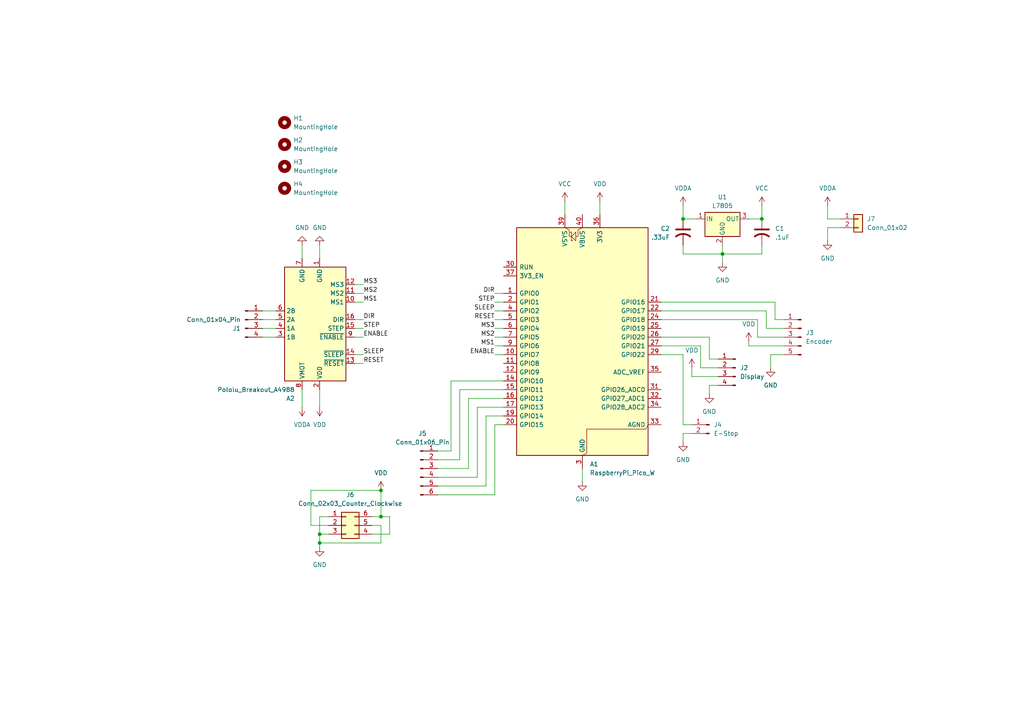
<source format=kicad_sch>
(kicad_sch (version 20250114) (generator "eeschema") (generator_version "9.0")
  (paper "A4")
  (lib_symbols
    (symbol "Connector:Conn_01x02_Pin" (pin_names (offset 1.016) (hide yes))
      (property "Reference" "J" (at 0 2.54 0))
      (property "Value" "Conn_01x02_Pin" (at 0 -5.08 0))
      (symbol "Conn_01x02_Pin_1_1"
        (rectangle (start 0.8636 0.127) (end 0 -0.127) (stroke (width 0.1524)) (fill (type outline)))
        (rectangle (start 0.8636 -2.413) (end 0 -2.667) (stroke (width 0.1524)) (fill (type outline)))
        (polyline (pts (xy 1.27 0) (xy 0.8636 0)) (stroke (width 0.1524)))
        (polyline (pts (xy 1.27 -2.54) (xy 0.8636 -2.54)) (stroke (width 0.1524)))
        (pin passive line (at 5.08 0 180) (length 3.81) (name "Pin_1") (number "1"))
        (pin passive line (at 5.08 -2.54 180) (length 3.81) (name "Pin_2") (number "2"))
      )
    )
    (symbol "Connector:Conn_01x04_Pin" (pin_names (offset 1.016) (hide yes))
      (property "Reference" "J" (at 0 5.08 0))
      (property "Value" "Conn_01x04_Pin" (at 0 -7.62 0))
      (symbol "Conn_01x04_Pin_1_1"
        (rectangle (start 0.8636 2.667) (end 0 2.413) (stroke (width 0.1524)) (fill (type outline)))
        (rectangle (start 0.8636 0.127) (end 0 -0.127) (stroke (width 0.1524)) (fill (type outline)))
        (rectangle (start 0.8636 -2.413) (end 0 -2.667) (stroke (width 0.1524)) (fill (type outline)))
        (rectangle (start 0.8636 -4.953) (end 0 -5.207) (stroke (width 0.1524)) (fill (type outline)))
        (polyline (pts (xy 1.27 2.54) (xy 0.8636 2.54)) (stroke (width 0.1524)))
        (polyline (pts (xy 1.27 0) (xy 0.8636 0)) (stroke (width 0.1524)))
        (polyline (pts (xy 1.27 -2.54) (xy 0.8636 -2.54)) (stroke (width 0.1524)))
        (polyline (pts (xy 1.27 -5.08) (xy 0.8636 -5.08)) (stroke (width 0.1524)))
        (pin passive line (at 5.08 2.54 180) (length 3.81) (name "Pin_1") (number "1"))
        (pin passive line (at 5.08 0 180) (length 3.81) (name "Pin_2") (number "2"))
        (pin passive line (at 5.08 -2.54 180) (length 3.81) (name "Pin_3") (number "3"))
        (pin passive line (at 5.08 -5.08 180) (length 3.81) (name "Pin_4") (number "4"))
      )
    )
    (symbol "Connector:Conn_01x05_Pin" (pin_names (offset 1.016) (hide yes))
      (property "Reference" "J" (at 0 7.62 0))
      (property "Value" "Conn_01x05_Pin" (at 0 -7.62 0))
      (symbol "Conn_01x05_Pin_1_1"
        (rectangle (start 0.8636 5.207) (end 0 4.953) (stroke (width 0.1524)) (fill (type outline)))
        (rectangle (start 0.8636 2.667) (end 0 2.413) (stroke (width 0.1524)) (fill (type outline)))
        (rectangle (start 0.8636 0.127) (end 0 -0.127) (stroke (width 0.1524)) (fill (type outline)))
        (rectangle (start 0.8636 -2.413) (end 0 -2.667) (stroke (width 0.1524)) (fill (type outline)))
        (rectangle (start 0.8636 -4.953) (end 0 -5.207) (stroke (width 0.1524)) (fill (type outline)))
        (polyline (pts (xy 1.27 5.08) (xy 0.8636 5.08)) (stroke (width 0.1524)))
        (polyline (pts (xy 1.27 2.54) (xy 0.8636 2.54)) (stroke (width 0.1524)))
        (polyline (pts (xy 1.27 0) (xy 0.8636 0)) (stroke (width 0.1524)))
        (polyline (pts (xy 1.27 -2.54) (xy 0.8636 -2.54)) (stroke (width 0.1524)))
        (polyline (pts (xy 1.27 -5.08) (xy 0.8636 -5.08)) (stroke (width 0.1524)))
        (pin passive line (at 5.08 5.08 180) (length 3.81) (name "Pin_1") (number "1"))
        (pin passive line (at 5.08 2.54 180) (length 3.81) (name "Pin_2") (number "2"))
        (pin passive line (at 5.08 0 180) (length 3.81) (name "Pin_3") (number "3"))
        (pin passive line (at 5.08 -2.54 180) (length 3.81) (name "Pin_4") (number "4"))
        (pin passive line (at 5.08 -5.08 180) (length 3.81) (name "Pin_5") (number "5"))
      )
    )
    (symbol "Connector:Conn_01x06_Pin" (pin_names (offset 1.016) (hide yes))
      (property "Reference" "J" (at 0 7.62 0))
      (property "Value" "Conn_01x06_Pin" (at 0 -10.16 0))
      (symbol "Conn_01x06_Pin_1_1"
        (rectangle (start 0.8636 5.207) (end 0 4.953) (stroke (width 0.1524)) (fill (type outline)))
        (rectangle (start 0.8636 2.667) (end 0 2.413) (stroke (width 0.1524)) (fill (type outline)))
        (rectangle (start 0.8636 0.127) (end 0 -0.127) (stroke (width 0.1524)) (fill (type outline)))
        (rectangle (start 0.8636 -2.413) (end 0 -2.667) (stroke (width 0.1524)) (fill (type outline)))
        (rectangle (start 0.8636 -4.953) (end 0 -5.207) (stroke (width 0.1524)) (fill (type outline)))
        (rectangle (start 0.8636 -7.493) (end 0 -7.747) (stroke (width 0.1524)) (fill (type outline)))
        (polyline (pts (xy 1.27 5.08) (xy 0.8636 5.08)) (stroke (width 0.1524)))
        (polyline (pts (xy 1.27 2.54) (xy 0.8636 2.54)) (stroke (width 0.1524)))
        (polyline (pts (xy 1.27 0) (xy 0.8636 0)) (stroke (width 0.1524)))
        (polyline (pts (xy 1.27 -2.54) (xy 0.8636 -2.54)) (stroke (width 0.1524)))
        (polyline (pts (xy 1.27 -5.08) (xy 0.8636 -5.08)) (stroke (width 0.1524)))
        (polyline (pts (xy 1.27 -7.62) (xy 0.8636 -7.62)) (stroke (width 0.1524)))
        (pin passive line (at 5.08 5.08 180) (length 3.81) (name "Pin_1") (number "1"))
        (pin passive line (at 5.08 2.54 180) (length 3.81) (name "Pin_2") (number "2"))
        (pin passive line (at 5.08 0 180) (length 3.81) (name "Pin_3") (number "3"))
        (pin passive line (at 5.08 -2.54 180) (length 3.81) (name "Pin_4") (number "4"))
        (pin passive line (at 5.08 -5.08 180) (length 3.81) (name "Pin_5") (number "5"))
        (pin passive line (at 5.08 -7.62 180) (length 3.81) (name "Pin_6") (number "6"))
      )
    )
    (symbol "Connector_Generic:Conn_01x02" (pin_names (offset 1.016) (hide yes))
      (property "Reference" "J" (at 0 2.54 0))
      (property "Value" "Conn_01x02" (at 0 -5.08 0))
      (symbol "Conn_01x02_1_1"
        (rectangle (start -1.27 1.27) (end 1.27 -3.81) (stroke (width 0.254)) (fill (type background)))
        (rectangle (start -1.27 0.127) (end 0 -0.127) (stroke (width 0.1524)))
        (rectangle (start -1.27 -2.413) (end 0 -2.667) (stroke (width 0.1524)))
        (pin passive line (at -5.08 0 0) (length 3.81) (name "Pin_1") (number "1"))
        (pin passive line (at -5.08 -2.54 0) (length 3.81) (name "Pin_2") (number "2"))
      )
    )
    (symbol "Connector_Generic:Conn_02x03_Counter_Clockwise" (pin_names (offset 1.016) (hide yes))
      (property "Reference" "J" (at 1.27 5.08 0))
      (property "Value" "Conn_02x03_Counter_Clockwise" (at 1.27 -5.08 0))
      (symbol "Conn_02x03_Counter_Clockwise_1_1"
        (rectangle (start -1.27 3.81) (end 3.81 -3.81) (stroke (width 0.254)) (fill (type background)))
        (rectangle (start -1.27 2.667) (end 0 2.413) (stroke (width 0.1524)))
        (rectangle (start -1.27 0.127) (end 0 -0.127) (stroke (width 0.1524)))
        (rectangle (start -1.27 -2.413) (end 0 -2.667) (stroke (width 0.1524)))
        (rectangle (start 3.81 2.667) (end 2.54 2.413) (stroke (width 0.1524)))
        (rectangle (start 3.81 0.127) (end 2.54 -0.127) (stroke (width 0.1524)))
        (rectangle (start 3.81 -2.413) (end 2.54 -2.667) (stroke (width 0.1524)))
        (pin passive line (at -5.08 2.54 0) (length 3.81) (name "Pin_1") (number "1"))
        (pin passive line (at -5.08 0 0) (length 3.81) (name "Pin_2") (number "2"))
        (pin passive line (at -5.08 -2.54 0) (length 3.81) (name "Pin_3") (number "3"))
        (pin passive line (at 7.62 2.54 180) (length 3.81) (name "Pin_6") (number "6"))
        (pin passive line (at 7.62 0 180) (length 3.81) (name "Pin_5") (number "5"))
        (pin passive line (at 7.62 -2.54 180) (length 3.81) (name "Pin_4") (number "4"))
      )
    )
    (symbol "Device:C_US" (pin_numbers (hide yes)) (pin_names (offset 0.254) (hide yes))
      (property "Reference" "C" (at 0.635 2.54 0))
      (property "Value" "C_US" (at 0.635 -2.54 0))
      (symbol "C_US_0_1"
        (polyline (pts (xy -2.032 0.762) (xy 2.032 0.762)) (stroke (width 0.508)))
        (arc (start -2.032 -1.27) (mid 0 -0.5572) (end 2.032 -1.27) (stroke (width 0.508)))
      )
      (symbol "C_US_1_1"
        (pin passive line (at 0 3.81 270) (length 2.794) (name "~") (number "1"))
        (pin passive line (at 0 -3.81 90) (length 3.302) (name "~") (number "2"))
      )
    )
    (symbol "Driver_Motor:Pololu_Breakout_A4988"
      (property "Reference" "A" (at -2.54 19.05 0))
      (property "Value" "Pololu_Breakout_A4988" (at -2.54 16.51 0))
      (symbol "Pololu_Breakout_A4988_0_1"
        (rectangle (start 10.16 -17.78) (end -7.62 15.24) (stroke (width 0.254)) (fill (type background)))
      )
      (symbol "Pololu_Breakout_A4988_1_1"
        (pin input line (at -10.16 10.16 0) (length 2.54) (name "~{RESET}") (number "13"))
        (pin input line (at -10.16 7.62 0) (length 2.54) (name "~{SLEEP}") (number "14"))
        (pin input line (at -10.16 2.54 0) (length 2.54) (name "~{ENABLE}") (number "9"))
        (pin input line (at -10.16 0 0) (length 2.54) (name "STEP") (number "15"))
        (pin input line (at -10.16 -2.54 0) (length 2.54) (name "DIR") (number "16"))
        (pin input line (at -10.16 -7.62 0) (length 2.54) (name "MS1") (number "10"))
        (pin input line (at -10.16 -10.16 0) (length 2.54) (name "MS2") (number "11"))
        (pin input line (at -10.16 -12.7 0) (length 2.54) (name "MS3") (number "12"))
        (pin power_in line (at 0 17.78 270) (length 2.54) (name "VDD") (number "2"))
        (pin power_in line (at 0 -20.32 90) (length 2.54) (name "GND") (number "1"))
        (pin power_in line (at 5.08 17.78 270) (length 2.54) (name "VMOT") (number "8"))
        (pin power_in line (at 5.08 -20.32 90) (length 2.54) (name "GND") (number "7"))
        (pin output line (at 12.7 2.54 180) (length 2.54) (name "1B") (number "3"))
        (pin output line (at 12.7 0 180) (length 2.54) (name "1A") (number "4"))
        (pin output line (at 12.7 -2.54 180) (length 2.54) (name "2A") (number "5"))
        (pin output line (at 12.7 -5.08 180) (length 2.54) (name "2B") (number "6"))
      )
    )
    (symbol "MCU_Module:RaspberryPi_Pico_W" (pin_names (offset 0.762))
      (property "Reference" "A" (at -19.05 35.56 0))
      (property "Value" "RaspberryPi_Pico_W" (at 7.62 35.56 0))
      (symbol "RaspberryPi_Pico_W_0_1"
        (rectangle (start -19.05 34.29) (end 19.05 -31.75) (stroke (width 0.254)) (fill (type background)))
        (polyline (pts (xy -5.08 34.29) (xy -3.81 33.655) (xy -3.81 31.75) (xy -3.175 31.75)))
        (polyline (pts (xy -3.429 32.766) (xy -3.429 33.02) (xy -3.175 33.02) (xy -3.175 30.48) (xy -2.921 30.48) (xy -2.921 30.734)))
        (polyline (pts (xy -3.175 31.75) (xy -1.905 33.02) (xy -1.905 30.48) (xy -3.175 31.75)))
        (polyline (pts (xy 0 34.29) (xy -1.27 33.655) (xy -1.27 31.75) (xy -1.905 31.75)))
        (polyline (pts (xy 0 -31.75) (xy 1.27 -31.115) (xy 1.27 -24.13) (xy 18.415 -24.13) (xy 19.05 -22.86)))
      )
      (symbol "RaspberryPi_Pico_W_1_1"
        (pin passive line (at -22.86 22.86 0) (length 3.81) (name "RUN") (number "30"))
        (pin passive line (at -22.86 20.32 0) (length 3.81) (name "3V3_EN") (number "37"))
        (pin bidirectional line (at -22.86 15.24 0) (length 3.81) (name "GPIO0") (number "1"))
        (pin bidirectional line (at -22.86 12.7 0) (length 3.81) (name "GPIO1") (number "2"))
        (pin bidirectional line (at -22.86 10.16 0) (length 3.81) (name "GPIO2") (number "4"))
        (pin bidirectional line (at -22.86 7.62 0) (length 3.81) (name "GPIO3") (number "5"))
        (pin bidirectional line (at -22.86 5.08 0) (length 3.81) (name "GPIO4") (number "6"))
        (pin bidirectional line (at -22.86 2.54 0) (length 3.81) (name "GPIO5") (number "7"))
        (pin bidirectional line (at -22.86 0 0) (length 3.81) (name "GPIO6") (number "9"))
        (pin bidirectional line (at -22.86 -2.54 0) (length 3.81) (name "GPIO7") (number "10"))
        (pin bidirectional line (at -22.86 -5.08 0) (length 3.81) (name "GPIO8") (number "11"))
        (pin bidirectional line (at -22.86 -7.62 0) (length 3.81) (name "GPIO9") (number "12"))
        (pin bidirectional line (at -22.86 -10.16 0) (length 3.81) (name "GPIO10") (number "14"))
        (pin bidirectional line (at -22.86 -12.7 0) (length 3.81) (name "GPIO11") (number "15"))
        (pin bidirectional line (at -22.86 -15.24 0) (length 3.81) (name "GPIO12") (number "16"))
        (pin bidirectional line (at -22.86 -17.78 0) (length 3.81) (name "GPIO13") (number "17"))
        (pin bidirectional line (at -22.86 -20.32 0) (length 3.81) (name "GPIO14") (number "19"))
        (pin bidirectional line (at -22.86 -22.86 0) (length 3.81) (name "GPIO15") (number "20"))
        (pin power_in line (at -5.08 38.1 270) (length 3.81) (name "VSYS") (number "39"))
        (pin power_out line (at 0 38.1 270) (length 3.81) (name "VBUS") (number "40"))
        (pin passive line (at 0 -35.56 90) (length 3.81) (hide yes) (name "GND") (number "13"))
        (pin passive line (at 0 -35.56 90) (length 3.81) (hide yes) (name "GND") (number "18"))
        (pin passive line (at 0 -35.56 90) (length 3.81) (hide yes) (name "GND") (number "23"))
        (pin passive line (at 0 -35.56 90) (length 3.81) (hide yes) (name "GND") (number "28"))
        (pin power_out line (at 0 -35.56 90) (length 3.81) (name "GND") (number "3"))
        (pin passive line (at 0 -35.56 90) (length 3.81) (hide yes) (name "GND") (number "38"))
        (pin passive line (at 0 -35.56 90) (length 3.81) (hide yes) (name "GND") (number "8"))
        (pin power_out line (at 5.08 38.1 270) (length 3.81) (name "3V3") (number "36"))
        (pin bidirectional line (at 22.86 12.7 180) (length 3.81) (name "GPIO16") (number "21"))
        (pin bidirectional line (at 22.86 10.16 180) (length 3.81) (name "GPIO17") (number "22"))
        (pin bidirectional line (at 22.86 7.62 180) (length 3.81) (name "GPIO18") (number "24"))
        (pin bidirectional line (at 22.86 5.08 180) (length 3.81) (name "GPIO19") (number "25"))
        (pin bidirectional line (at 22.86 2.54 180) (length 3.81) (name "GPIO20") (number "26"))
        (pin bidirectional line (at 22.86 0 180) (length 3.81) (name "GPIO21") (number "27"))
        (pin bidirectional line (at 22.86 -2.54 180) (length 3.81) (name "GPIO22") (number "29"))
        (pin power_in line (at 22.86 -7.62 180) (length 3.81) (name "ADC_VREF") (number "35"))
        (pin bidirectional line (at 22.86 -12.7 180) (length 3.81) (name "GPIO26_ADC0") (number "31"))
        (pin bidirectional line (at 22.86 -15.24 180) (length 3.81) (name "GPIO27_ADC1") (number "32"))
        (pin bidirectional line (at 22.86 -17.78 180) (length 3.81) (name "GPIO28_ADC2") (number "34"))
        (pin power_out line (at 22.86 -22.86 180) (length 3.81) (name "AGND") (number "33"))
      )
    )
    (symbol "Mechanical:MountingHole" (pin_names (offset 1.016)) (in_bom no)
      (property "Reference" "H" (at 0 5.08 0))
      (property "Value" "MountingHole" (at 0 3.175 0))
      (symbol "MountingHole_0_1"
        (circle (center 0 0) (radius 1.27) (stroke (width 1.27)))
      )
    )
    (symbol "Regulator_Linear:L7805" (pin_names (offset 0.254))
      (property "Reference" "U" (at -3.81 3.175 0))
      (property "Value" "L7805" (at 0 3.175 0))
      (symbol "L7805_0_1"
        (rectangle (start -5.08 1.905) (end 5.08 -5.08) (stroke (width 0.254)) (fill (type background)))
      )
      (symbol "L7805_1_1"
        (pin power_in line (at -7.62 0 0) (length 2.54) (name "IN") (number "1"))
        (pin power_in line (at 0 -7.62 90) (length 2.54) (name "GND") (number "2"))
        (pin power_out line (at 7.62 0 180) (length 2.54) (name "OUT") (number "3"))
      )
    )
    (symbol "power:GND" (power) (pin_numbers (hide yes)) (pin_names (offset 0) (hide yes))
      (property "Value" "GND" (at 0 -3.81 0))
      (symbol "GND_0_1"
        (polyline (pts (xy 0 0) (xy 0 -1.27) (xy 1.27 -1.27) (xy 0 -2.54) (xy -1.27 -1.27) (xy 0 -1.27)))
      )
      (symbol "GND_1_1"
        (pin power_in line (at 0 0 270) (length 0) (name "~") (number "1"))
      )
    )
    (symbol "power:VCC" (power) (pin_numbers (hide yes)) (pin_names (offset 0) (hide yes))
      (property "Value" "VCC" (at 0 3.556 0))
      (symbol "VCC_0_1"
        (polyline (pts (xy -0.762 1.27) (xy 0 2.54)))
        (polyline (pts (xy 0 2.54) (xy 0.762 1.27)))
        (polyline (pts (xy 0 0) (xy 0 2.54)))
      )
      (symbol "VCC_1_1"
        (pin power_in line (at 0 0 90) (length 0) (name "~") (number "1"))
      )
    )
    (symbol "power:VDD" (power) (pin_numbers (hide yes)) (pin_names (offset 0) (hide yes))
      (property "Value" "VDD" (at 0 3.556 0))
      (symbol "VDD_0_1"
        (polyline (pts (xy -0.762 1.27) (xy 0 2.54)))
        (polyline (pts (xy 0 2.54) (xy 0.762 1.27)))
        (polyline (pts (xy 0 0) (xy 0 2.54)))
      )
      (symbol "VDD_1_1"
        (pin power_in line (at 0 0 90) (length 0) (name "~") (number "1"))
      )
    )
    (symbol "power:VDDA" (power) (pin_numbers (hide yes)) (pin_names (offset 0) (hide yes))
      (property "Value" "VDDA" (at 0 3.556 0))
      (symbol "VDDA_0_1"
        (polyline (pts (xy -0.762 1.27) (xy 0 2.54)))
        (polyline (pts (xy 0 2.54) (xy 0.762 1.27)))
        (polyline (pts (xy 0 0) (xy 0 2.54)))
      )
      (symbol "VDDA_1_1"
        (pin power_in line (at 0 0 90) (length 0) (name "~") (number "1"))
      )
    )
  )
  (junction (at 110.49 142.24))
  (junction (at 110.49 149.86))
  (junction (at 198.12 63.5))
  (junction (at 209.55 73.66))
  (junction (at 92.71 157.48))
  (junction (at 92.71 154.94))
  (junction (at 220.98 63.5))
  (wire (pts (xy 143.51 87.63) (xy 146.05 87.63)))
  (wire (pts (xy 80.01 97.79) (xy 76.2 97.79)))
  (wire (pts (xy 191.77 102.87) (xy 198.12 102.87)))
  (wire (pts (xy 102.87 85.09) (xy 105.41 85.09)))
  (wire (pts (xy 205.74 114.3) (xy 205.74 111.76)))
  (wire (pts (xy 95.25 149.86) (xy 92.71 149.86)))
  (wire (pts (xy 146.05 113.03) (xy 133.35 113.03)))
  (wire (pts (xy 92.71 154.94) (xy 95.25 154.94)))
  (wire (pts (xy 191.77 97.79) (xy 205.74 97.79)))
  (wire (pts (xy 92.71 118.11) (xy 92.71 113.03)))
  (wire (pts (xy 143.51 97.79) (xy 146.05 97.79)))
  (wire (pts (xy 217.17 100.33) (xy 227.33 100.33)))
  (wire (pts (xy 95.25 152.4) (xy 90.17 152.4)))
  (wire (pts (xy 110.49 142.24) (xy 110.49 149.86)))
  (wire (pts (xy 80.01 95.25) (xy 76.2 95.25)))
  (wire (pts (xy 87.63 118.11) (xy 87.63 113.03)))
  (wire (pts (xy 198.12 73.66) (xy 209.55 73.66)))
  (wire (pts (xy 92.71 74.93) (xy 92.71 71.12)))
  (wire (pts (xy 146.05 110.49) (xy 130.81 110.49)))
  (wire (pts (xy 110.49 152.4) (xy 110.49 157.48)))
  (wire (pts (xy 240.03 66.04) (xy 243.84 66.04)))
  (wire (pts (xy 143.51 90.17) (xy 146.05 90.17)))
  (wire (pts (xy 219.71 92.71) (xy 219.71 97.79)))
  (wire (pts (xy 102.87 102.87) (xy 105.41 102.87)))
  (wire (pts (xy 102.87 95.25) (xy 105.41 95.25)))
  (wire (pts (xy 240.03 59.69) (xy 240.03 63.5)))
  (wire (pts (xy 224.79 92.71) (xy 227.33 92.71)))
  (wire (pts (xy 224.79 87.63) (xy 224.79 92.71)))
  (wire (pts (xy 209.55 73.66) (xy 209.55 76.2)))
  (wire (pts (xy 130.81 110.49) (xy 130.81 130.81)))
  (wire (pts (xy 191.77 100.33) (xy 203.2 100.33)))
  (wire (pts (xy 102.87 87.63) (xy 105.41 87.63)))
  (wire (pts (xy 173.99 58.42) (xy 173.99 62.23)))
  (wire (pts (xy 102.87 97.79) (xy 105.41 97.79)))
  (wire (pts (xy 240.03 63.5) (xy 243.84 63.5)))
  (wire (pts (xy 138.43 118.11) (xy 138.43 138.43)))
  (wire (pts (xy 102.87 105.41) (xy 105.41 105.41)))
  (wire (pts (xy 143.51 100.33) (xy 146.05 100.33)))
  (wire (pts (xy 217.17 63.5) (xy 220.98 63.5)))
  (wire (pts (xy 217.17 99.06) (xy 217.17 100.33)))
  (wire (pts (xy 80.01 92.71) (xy 76.2 92.71)))
  (wire (pts (xy 143.51 143.51) (xy 127 143.51)))
  (wire (pts (xy 146.05 120.65) (xy 140.97 120.65)))
  (wire (pts (xy 90.17 142.24) (xy 110.49 142.24)))
  (wire (pts (xy 107.95 149.86) (xy 110.49 149.86)))
  (wire (pts (xy 110.49 149.86) (xy 113.03 149.86)))
  (wire (pts (xy 92.71 157.48) (xy 92.71 158.75)))
  (wire (pts (xy 130.81 130.81) (xy 127 130.81)))
  (wire (pts (xy 222.25 90.17) (xy 222.25 95.25)))
  (wire (pts (xy 198.12 123.19) (xy 200.66 123.19)))
  (wire (pts (xy 223.52 106.68) (xy 223.52 102.87)))
  (wire (pts (xy 146.05 115.57) (xy 135.89 115.57)))
  (wire (pts (xy 146.05 118.11) (xy 138.43 118.11)))
  (wire (pts (xy 198.12 125.73) (xy 200.66 125.73)))
  (wire (pts (xy 198.12 59.69) (xy 198.12 63.5)))
  (wire (pts (xy 143.51 92.71) (xy 146.05 92.71)))
  (wire (pts (xy 198.12 128.27) (xy 198.12 125.73)))
  (wire (pts (xy 92.71 149.86) (xy 92.71 154.94)))
  (wire (pts (xy 219.71 97.79) (xy 227.33 97.79)))
  (wire (pts (xy 113.03 154.94) (xy 113.03 149.86)))
  (wire (pts (xy 220.98 63.5) (xy 220.98 59.69)))
  (wire (pts (xy 107.95 152.4) (xy 110.49 152.4)))
  (wire (pts (xy 209.55 73.66) (xy 220.98 73.66)))
  (wire (pts (xy 140.97 120.65) (xy 140.97 140.97)))
  (wire (pts (xy 168.91 135.89) (xy 168.91 139.7)))
  (wire (pts (xy 191.77 90.17) (xy 222.25 90.17)))
  (wire (pts (xy 240.03 69.85) (xy 240.03 66.04)))
  (wire (pts (xy 163.83 58.42) (xy 163.83 62.23)))
  (wire (pts (xy 200.66 109.22) (xy 200.66 106.68)))
  (wire (pts (xy 92.71 154.94) (xy 92.71 157.48)))
  (wire (pts (xy 203.2 100.33) (xy 203.2 106.68)))
  (wire (pts (xy 198.12 71.12) (xy 198.12 73.66)))
  (wire (pts (xy 146.05 123.19) (xy 143.51 123.19)))
  (wire (pts (xy 220.98 73.66) (xy 220.98 71.12)))
  (wire (pts (xy 143.51 102.87) (xy 146.05 102.87)))
  (wire (pts (xy 135.89 115.57) (xy 135.89 135.89)))
  (wire (pts (xy 102.87 82.55) (xy 105.41 82.55)))
  (wire (pts (xy 200.66 109.22) (xy 208.28 109.22)))
  (wire (pts (xy 102.87 92.71) (xy 105.41 92.71)))
  (wire (pts (xy 223.52 102.87) (xy 227.33 102.87)))
  (wire (pts (xy 90.17 152.4) (xy 90.17 142.24)))
  (wire (pts (xy 198.12 102.87) (xy 198.12 123.19)))
  (wire (pts (xy 191.77 87.63) (xy 224.79 87.63)))
  (wire (pts (xy 143.51 85.09) (xy 146.05 85.09)))
  (wire (pts (xy 135.89 135.89) (xy 127 135.89)))
  (wire (pts (xy 205.74 104.14) (xy 208.28 104.14)))
  (wire (pts (xy 133.35 113.03) (xy 133.35 133.35)))
  (wire (pts (xy 80.01 90.17) (xy 76.2 90.17)))
  (wire (pts (xy 198.12 63.5) (xy 201.93 63.5)))
  (wire (pts (xy 205.74 111.76) (xy 208.28 111.76)))
  (wire (pts (xy 205.74 97.79) (xy 205.74 104.14)))
  (wire (pts (xy 143.51 95.25) (xy 146.05 95.25)))
  (wire (pts (xy 110.49 157.48) (xy 92.71 157.48)))
  (wire (pts (xy 107.95 154.94) (xy 113.03 154.94)))
  (wire (pts (xy 140.97 140.97) (xy 127 140.97)))
  (wire (pts (xy 87.63 74.93) (xy 87.63 71.12)))
  (wire (pts (xy 191.77 92.71) (xy 219.71 92.71)))
  (wire (pts (xy 209.55 71.12) (xy 209.55 73.66)))
  (wire (pts (xy 222.25 95.25) (xy 227.33 95.25)))
  (wire (pts (xy 138.43 138.43) (xy 127 138.43)))
  (wire (pts (xy 133.35 133.35) (xy 127 133.35)))
  (wire (pts (xy 143.51 123.19) (xy 143.51 143.51)))
  (wire (pts (xy 203.2 106.68) (xy 208.28 106.68)))
  (label "MS2" (at 105.41 85.09 0))
  (label "SLEEP" (at 105.41 102.87 0))
  (label "STEP" (at 105.41 95.25 0))
  (label "RESET" (at 143.51 92.71 180))
  (label "DIR" (at 143.51 85.09 180))
  (label "ENABLE" (at 105.41 97.79 0))
  (label "MS3" (at 105.41 82.55 0))
  (label "MS3" (at 143.51 95.25 180))
  (label "MS1" (at 105.41 87.63 0))
  (label "RESET" (at 105.41 105.41 0))
  (label "SLEEP" (at 143.51 90.17 180))
  (label "DIR" (at 105.41 92.71 0))
  (label "MS1" (at 143.51 100.33 180))
  (label "ENABLE" (at 143.51 102.87 180))
  (label "MS2" (at 143.51 97.79 180))
  (label "STEP" (at 143.51 87.63 180))
  (symbol (lib_id "power:GND") (at 92.71 71.12 180) (unit 1)
    (property "Reference" "#PWR02" (effects (hide yes)))
    (property "Value" "GND" (at 92.71 66.04 0))
    (property "Description" "Power symbol creates a global label with name \"GND\" , ground" (effects (hide yes)))
  )
  (symbol (lib_id "Mechanical:MountingHole") (at 82.55 48.26 0) (unit 1) (in_bom no)
    (property "Reference" "H3" (at 85.09 46.9899 0) (effects (justify left)))
    (property "Value" "MountingHole" (at 85.09 49.5299 0) (effects (justify left)))
    (property "Footprint" "MountingHole:MountingHole_2.2mm_M2" (effects (hide yes)))
    (property "Description" "Mounting Hole without connection" (effects (hide yes)))
  )
  (symbol (lib_id "Mechanical:MountingHole") (at 82.55 35.56 0) (unit 1) (in_bom no)
    (property "Reference" "H1" (at 85.09 34.2899 0) (effects (justify left)))
    (property "Value" "MountingHole" (at 85.09 36.8299 0) (effects (justify left)))
    (property "Footprint" "MountingHole:MountingHole_2.2mm_M2" (effects (hide yes)))
    (property "Description" "Mounting Hole without connection" (effects (hide yes)))
  )
  (symbol (lib_id "power:VCC") (at 163.83 58.42 0) (unit 1)
    (property "Reference" "#PWR011" (effects (hide yes)))
    (property "Value" "VCC" (at 163.83 53.34 0))
    (property "Description" "Power symbol creates a global label with name \"VCC\"" (effects (hide yes)))
  )
  (symbol (lib_id "Connector:Conn_01x05_Pin") (at 232.41 97.79 0) (mirror y) (unit 1)
    (property "Reference" "J3" (at 233.68 96.5199 0) (effects (justify right)))
    (property "Value" "Encoder" (at 233.68 99.0599 0) (effects (justify right)))
    (property "Footprint" "Connector_PinHeader_2.54mm:PinHeader_1x05_P2.54mm_Vertical" (effects (hide yes)))
    (property "Description" "Generic connector, single row, 01x05, script generated" (effects (hide yes)))
  )
  (symbol (lib_id "Mechanical:MountingHole") (at 82.55 54.61 0) (unit 1) (in_bom no)
    (property "Reference" "H4" (at 85.09 53.3399 0) (effects (justify left)))
    (property "Value" "MountingHole" (at 85.09 55.8799 0) (effects (justify left)))
    (property "Footprint" "MountingHole:MountingHole_2.2mm_M2" (effects (hide yes)))
    (property "Description" "Mounting Hole without connection" (effects (hide yes)))
  )
  (symbol (lib_id "power:GND") (at 198.12 128.27 0) (unit 1)
    (property "Reference" "#PWR015" (effects (hide yes)))
    (property "Value" "GND" (at 198.12 133.35 0))
    (property "Description" "Power symbol creates a global label with name \"GND\" , ground" (effects (hide yes)))
  )
  (symbol (lib_id "power:VCC") (at 220.98 59.69 0) (unit 1)
    (property "Reference" "#PWR012" (effects (hide yes)))
    (property "Value" "VCC" (at 220.98 54.61 0))
    (property "Description" "Power symbol creates a global label with name \"VCC\"" (effects (hide yes)))
  )
  (symbol (lib_id "Connector:Conn_01x04_Pin") (at 213.36 106.68 0) (mirror y) (unit 1)
    (property "Reference" "J2" (at 214.63 106.6799 0) (effects (justify right)))
    (property "Value" "Display" (at 214.63 109.2199 0) (effects (justify right)))
    (property "Footprint" "Connector_PinHeader_2.54mm:PinHeader_1x04_P2.54mm_Vertical" (effects (hide yes)))
    (property "Description" "Generic connector, single row, 01x04, script generated" (effects (hide yes)))
  )
  (symbol (lib_id "Connector_Generic:Conn_01x02") (at 248.92 63.5 0) (unit 1)
    (property "Reference" "J7" (at 251.46 63.4999 0) (effects (justify left)))
    (property "Value" "Conn_01x02" (at 251.46 66.0399 0) (effects (justify left)))
    (property "Footprint" "Connector_JST:JST_PH_B2B-PH-K_1x02_P2.00mm_Vertical" (effects (hide yes)))
    (property "Description" "Generic connector, single row, 01x02, script generated (kicad-library-utils/schlib/autogen/connector/)" (effects (hide yes)))
  )
  (symbol (lib_id "power:GND") (at 223.52 106.68 0) (unit 1)
    (property "Reference" "#PWR010" (effects (hide yes)))
    (property "Value" "GND" (at 223.52 111.76 0))
    (property "Description" "Power symbol creates a global label with name \"GND\" , ground" (effects (hide yes)))
  )
  (symbol (lib_id "power:VDD") (at 92.71 118.11 180) (unit 1)
    (property "Reference" "#PWR04" (effects (hide yes)))
    (property "Value" "VDD" (at 92.71 123.19 0))
    (property "Description" "Power symbol creates a global label with name \"VDD\"" (effects (hide yes)))
  )
  (symbol (lib_id "power:VDDA") (at 198.12 59.69 0) (mirror y) (unit 1)
    (property "Reference" "#PWR014" (effects (hide yes)))
    (property "Value" "VDDA" (at 198.12 54.61 0))
    (property "Description" "Power symbol creates a global label with name \"VDDA\"" (effects (hide yes)))
  )
  (symbol (lib_id "Regulator_Linear:L7805") (at 209.55 63.5 0) (unit 1)
    (property "Reference" "U1" (at 209.55 57.15 0))
    (property "Value" "L7805" (at 209.55 59.69 0))
    (property "Footprint" "Package_TO_SOT_THT:TO-220F-3_Horizontal_TabDown" (effects (hide yes)))
    (property "Datasheet" "http://www.st.com/content/ccc/resource/technical/document/datasheet/41/4f/b3/b0/12/d4/47/88/CD00000444.pdf/files/CD00000444.pdf/jcr:content/translations/en.CD00000444.pdf" (effects (hide yes)))
    (property "Description" "Positive 1.5A 35V Linear Regulator, Fixed Output 5V, TO-220/TO-263/TO-252" (effects (hide yes)))
  )
  (symbol (lib_id "Connector_Generic:Conn_02x03_Counter_Clockwise") (at 100.33 152.4 0) (unit 1)
    (property "Reference" "J6" (at 101.6 143.51 0))
    (property "Value" "Conn_02x03_Counter_Clockwise" (at 101.6 146.05 0))
    (property "Footprint" "Connector_PinHeader_2.54mm:PinHeader_2x03_P2.54mm_Vertical" (effects (hide yes)))
    (property "Description" "Generic connector, double row, 02x03, counter clockwise pin numbering scheme (similar to DIP package numbering), script generated (kicad-library-utils/schlib/autogen/connector/)" (effects (hide yes)))
  )
  (symbol (lib_id "power:GND") (at 209.55 76.2 0) (mirror y) (unit 1)
    (property "Reference" "#PWR013" (effects (hide yes)))
    (property "Value" "GND" (at 209.55 81.28 0))
    (property "Description" "Power symbol creates a global label with name \"GND\" , ground" (effects (hide yes)))
  )
  (symbol (lib_id "Device:C_US") (at 220.98 67.31 0) (unit 1)
    (property "Reference" "C1" (at 224.79 66.2939 0) (effects (justify left)))
    (property "Value" ".1uF" (at 224.79 68.8339 0) (effects (justify left)))
    (property "Footprint" "Capacitor_THT:C_Radial_D6.3mm_H7.0mm_P2.50mm" (effects (hide yes)))
    (property "Description" "capacitor, US symbol" (effects (hide yes)))
  )
  (symbol (lib_id "power:VDD") (at 200.66 106.68 0) (unit 1)
    (property "Reference" "#PWR08" (effects (hide yes)))
    (property "Value" "VDD" (at 200.66 101.6 0))
    (property "Description" "Power symbol creates a global label with name \"VDD\"" (effects (hide yes)))
  )
  (symbol (lib_id "Connector:Conn_01x04_Pin") (at 71.12 92.71 0) (unit 1)
    (property "Reference" "J1" (at 69.85 95.2501 0) (effects (justify right)))
    (property "Value" "Conn_01x04_Pin" (at 69.85 92.7101 0) (effects (justify right)))
    (property "Footprint" "Connector_PinHeader_2.54mm:PinHeader_1x04_P2.54mm_Vertical" (effects (hide yes)))
    (property "Description" "Generic connector, single row, 01x04, script generated" (effects (hide yes)))
  )
  (symbol (lib_id "MCU_Module:RaspberryPi_Pico_W") (at 168.91 100.33 0) (unit 1)
    (property "Reference" "A1" (at 171.0533 134.62 0) (effects (justify left)))
    (property "Value" "RaspberryPi_Pico_W" (at 171.0533 137.16 0) (effects (justify left)))
    (property "Footprint" "Module:RaspberryPi_Pico_Common_THT" (effects (hide yes)))
    (property "Datasheet" "https://datasheets.raspberrypi.com/picow/pico-w-datasheet.pdf" (effects (hide yes)))
    (property "Description" "Versatile and inexpensive wireless microcontroller module powered by RP2040 dual-core Arm Cortex-M0+ processor up to 133 MHz, 264kB SRAM, 2MB QSPI flash, Infineon CYW43439 2.4GHz 802.11n wireless LAN; also supports Raspberry Pi Pico 2 W" (effects (hide yes)))
  )
  (symbol (lib_id "Mechanical:MountingHole") (at 82.55 41.91 0) (unit 1) (in_bom no)
    (property "Reference" "H2" (at 85.09 40.6399 0) (effects (justify left)))
    (property "Value" "MountingHole" (at 85.09 43.1799 0) (effects (justify left)))
    (property "Footprint" "MountingHole:MountingHole_2.2mm_M2" (effects (hide yes)))
    (property "Description" "Mounting Hole without connection" (effects (hide yes)))
  )
  (symbol (lib_id "power:GND") (at 87.63 71.12 180) (unit 1)
    (property "Reference" "#PWR06" (effects (hide yes)))
    (property "Value" "GND" (at 87.63 66.04 0))
    (property "Description" "Power symbol creates a global label with name \"GND\" , ground" (effects (hide yes)))
  )
  (symbol (lib_id "power:VDD") (at 173.99 58.42 0) (unit 1)
    (property "Reference" "#PWR05" (effects (hide yes)))
    (property "Value" "VDD" (at 173.99 53.34 0))
    (property "Description" "Power symbol creates a global label with name \"VDD\"" (effects (hide yes)))
  )
  (symbol (lib_id "Device:C_US") (at 198.12 67.31 0) (mirror y) (unit 1)
    (property "Reference" "C2" (at 194.31 66.2939 0) (effects (justify left)))
    (property "Value" ".33uF" (at 194.31 68.8339 0) (effects (justify left)))
    (property "Footprint" "Capacitor_THT:C_Radial_D6.3mm_H7.0mm_P2.50mm" (effects (hide yes)))
    (property "Description" "capacitor, US symbol" (effects (hide yes)))
  )
  (symbol (lib_id "Connector:Conn_01x06_Pin") (at 121.92 135.89 0) (unit 1)
    (property "Reference" "J5" (at 122.555 125.73 0))
    (property "Value" "Conn_01x06_Pin" (at 122.555 128.27 0))
    (property "Footprint" "Connector_PinHeader_2.54mm:PinHeader_1x06_P2.54mm_Vertical" (effects (hide yes)))
    (property "Description" "Generic connector, single row, 01x06, script generated" (effects (hide yes)))
  )
  (symbol (lib_id "power:VDD") (at 217.17 99.06 0) (unit 1)
    (property "Reference" "#PWR09" (effects (hide yes)))
    (property "Value" "VDD" (at 217.17 93.98 0))
    (property "Description" "Power symbol creates a global label with name \"VDD\"" (effects (hide yes)))
  )
  (symbol (lib_id "power:GND") (at 92.71 158.75 0) (unit 1)
    (property "Reference" "#PWR016" (effects (hide yes)))
    (property "Value" "GND" (at 92.71 163.83 0))
    (property "Description" "Power symbol creates a global label with name \"GND\" , ground" (effects (hide yes)))
  )
  (symbol (lib_id "Driver_Motor:Pololu_Breakout_A4988") (at 92.71 95.25 180) (unit 1)
    (property "Reference" "A2" (at 85.4867 115.57 0) (effects (justify left)))
    (property "Value" "Pololu_Breakout_A4988" (at 85.4867 113.03 0) (effects (justify left)))
    (property "Footprint" "Module:Pololu_Breakout-16_15.2x20.3mm" (effects (hide yes)))
    (property "Datasheet" "https://www.pololu.com/product/2980/pictures" (effects (hide yes)))
    (property "Description" "Pololu Breakout Board, Stepper Driver A4988" (effects (hide yes)))
  )
  (symbol (lib_id "power:VDDA") (at 240.03 59.69 0) (mirror y) (unit 1)
    (property "Reference" "#PWR019" (effects (hide yes)))
    (property "Value" "VDDA" (at 240.03 54.61 0))
    (property "Description" "Power symbol creates a global label with name \"VDDA\"" (effects (hide yes)))
  )
  (symbol (lib_id "power:VDDA") (at 87.63 118.11 180) (unit 1)
    (property "Reference" "#PWR03" (effects (hide yes)))
    (property "Value" "VDDA" (at 87.63 123.19 0))
    (property "Description" "Power symbol creates a global label with name \"VDDA\"" (effects (hide yes)))
  )
  (symbol (lib_id "power:GND") (at 168.91 139.7 0) (unit 1)
    (property "Reference" "#PWR01" (effects (hide yes)))
    (property "Value" "GND" (at 168.91 144.78 0))
    (property "Description" "Power symbol creates a global label with name \"GND\" , ground" (effects (hide yes)))
  )
  (symbol (lib_id "power:GND") (at 240.03 69.85 0) (mirror y) (unit 1)
    (property "Reference" "#PWR018" (effects (hide yes)))
    (property "Value" "GND" (at 240.03 74.93 0))
    (property "Description" "Power symbol creates a global label with name \"GND\" , ground" (effects (hide yes)))
  )
  (symbol (lib_id "power:GND") (at 205.74 114.3 0) (unit 1)
    (property "Reference" "#PWR07" (effects (hide yes)))
    (property "Value" "GND" (at 205.74 119.38 0))
    (property "Description" "Power symbol creates a global label with name \"GND\" , ground" (effects (hide yes)))
  )
  (symbol (lib_id "Connector:Conn_01x02_Pin") (at 205.74 123.19 0) (mirror y) (unit 1)
    (property "Reference" "J4" (at 207.01 123.1899 0) (effects (justify right)))
    (property "Value" "E-Stop" (at 207.01 125.7299 0) (effects (justify right)))
    (property "Footprint" "Connector_PinHeader_2.54mm:PinHeader_1x02_P2.54mm_Vertical" (effects (hide yes)))
    (property "Description" "Generic connector, single row, 01x02, script generated" (effects (hide yes)))
  )
  (symbol (lib_id "power:VDD") (at 110.49 142.24 0) (unit 1)
    (property "Reference" "#PWR017" (effects (hide yes)))
    (property "Value" "VDD" (at 110.49 137.16 0))
    (property "Description" "Power symbol creates a global label with name \"VDD\"" (effects (hide yes)))
  )
)
</source>
